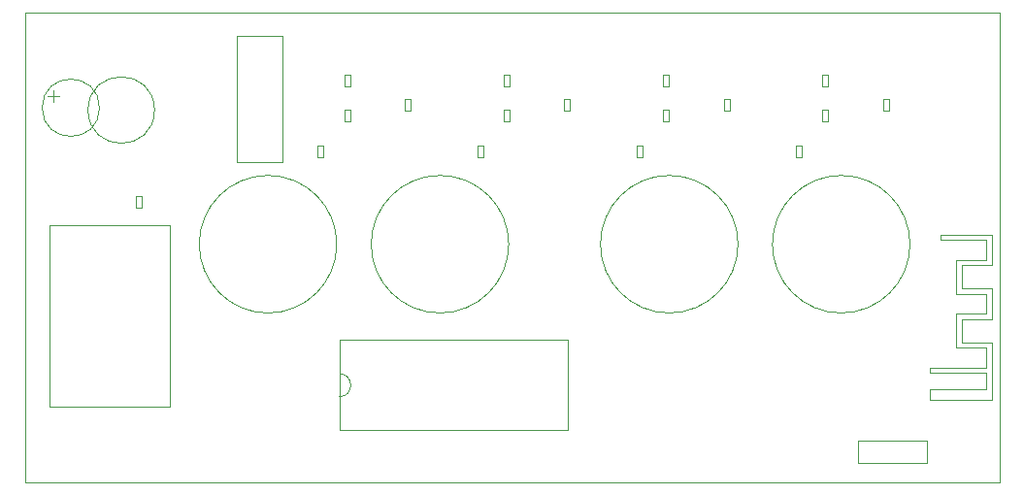
<source format=gm1>
G04*
G04 #@! TF.GenerationSoftware,Altium Limited,Altium Designer,21.0.9 (235)*
G04*
G04 Layer_Color=16711935*
%FSLAX44Y44*%
%MOMM*%
G71*
G04*
G04 #@! TF.SameCoordinates,956DCEC2-6A71-40FF-A827-D54B518B5B98*
G04*
G04*
G04 #@! TF.FilePolarity,Positive*
G04*
G01*
G75*
%ADD68C,0.1000*%
%ADD69C,0.1016*%
%ADD70C,0.0250*%
%ADD71C,0.0254*%
D68*
X272000Y208000D02*
G03*
X272000Y208000I-60000J0D01*
G01*
X422000D02*
G03*
X422000Y208000I-60000J0D01*
G01*
X622000D02*
G03*
X622000Y208000I-60000J0D01*
G01*
X772000D02*
G03*
X772000Y208000I-60000J0D01*
G01*
X65000Y327000D02*
G03*
X65000Y327000I-25000J0D01*
G01*
X274200Y75000D02*
G03*
X274200Y95000I0J10000D01*
G01*
X113000Y325000D02*
G03*
X113000Y325000I-29000J0D01*
G01*
X0Y0D02*
Y410000D01*
X850000D01*
Y0D02*
Y410000D01*
X0Y0D02*
X850000D01*
D69*
X25000Y332000D02*
Y342000D01*
X20000Y337000D02*
X30000D01*
X185000Y390000D02*
X225000D01*
X185000Y280000D02*
Y390000D01*
X225000Y280000D02*
Y390000D01*
X185000Y280000D02*
X225000D01*
X21000Y224600D02*
X126200D01*
X21000Y66100D02*
Y224600D01*
X126200Y66100D02*
Y224600D01*
X21000Y66100D02*
X126200D01*
X274200Y45650D02*
Y124350D01*
Y45650D02*
X473800D01*
Y124350D01*
X274200D02*
X473800D01*
X255500Y284000D02*
X260500D01*
X255500D02*
Y294000D01*
X260500D01*
Y284000D02*
Y294000D01*
X394500Y284000D02*
X399500D01*
X394500D02*
Y294000D01*
X399500D01*
Y284000D02*
Y294000D01*
X533500Y284000D02*
X538500D01*
X533500D02*
Y294000D01*
X538500D01*
Y284000D02*
Y294000D01*
X672500Y284000D02*
X677500D01*
X672500D02*
Y294000D01*
X677500D01*
Y284000D02*
Y294000D01*
X727000Y17000D02*
X787000D01*
X727000D02*
Y37000D01*
X787000D01*
Y17000D02*
Y37000D01*
X748500Y324500D02*
Y334500D01*
Y324500D02*
X753500D01*
Y334500D01*
X748500D02*
X753500D01*
X609500Y324500D02*
Y334500D01*
Y324500D02*
X614500D01*
Y334500D01*
X609500D02*
X614500D01*
X470500Y324500D02*
Y334500D01*
Y324500D02*
X475500D01*
Y334500D01*
X470500D02*
X475500D01*
X331500Y324500D02*
Y334500D01*
Y324500D02*
X336500D01*
Y334500D01*
X331500D02*
X336500D01*
X700500Y315500D02*
Y325500D01*
X695500D02*
X700500D01*
X695500Y315500D02*
Y325500D01*
Y315500D02*
X700500D01*
X561500D02*
Y325500D01*
X556500D02*
X561500D01*
X556500Y315500D02*
Y325500D01*
Y315500D02*
X561500D01*
X422500D02*
Y325500D01*
X417500D02*
X422500D01*
X417500Y315500D02*
Y325500D01*
Y315500D02*
X422500D01*
X283500D02*
Y325500D01*
X278500D02*
X283500D01*
X278500Y315500D02*
Y325500D01*
Y315500D02*
X283500D01*
X700500Y346000D02*
Y356000D01*
X695500D02*
X700500D01*
X695500Y346000D02*
Y356000D01*
Y346000D02*
X700500D01*
X561500D02*
Y356000D01*
X556500D02*
X561500D01*
X556500Y346000D02*
Y356000D01*
Y346000D02*
X561500D01*
X422500D02*
Y356000D01*
X417500D02*
X422500D01*
X417500Y346000D02*
Y356000D01*
Y346000D02*
X422500D01*
X283500D02*
Y356000D01*
X278500D02*
X283500D01*
X278500Y346000D02*
Y356000D01*
Y346000D02*
X283500D01*
X101500Y240000D02*
Y250000D01*
X96500D02*
X101500D01*
X96500Y240000D02*
Y250000D01*
Y240000D02*
X101500D01*
D70*
X838400Y100500D02*
Y117500D01*
Y95500D02*
X838400Y81500D01*
D71*
X812000Y117500D02*
X838400Y117500D01*
X812000Y147500D02*
X838400Y147500D01*
X817000Y122500D02*
Y142500D01*
X843400Y142500D01*
X817000Y122500D02*
X843400Y122500D01*
Y142500D02*
Y169500D01*
X812000Y117500D02*
Y147500D01*
Y164500D02*
Y194500D01*
X843400Y216500D02*
X843400Y189500D01*
X789500Y72500D02*
X843400D01*
X789500D02*
X789500Y81500D01*
X799000Y216500D02*
X843400Y216500D01*
X799000Y211500D02*
Y216500D01*
X789500Y95500D02*
X838400Y95500D01*
X789500Y95500D02*
Y100500D01*
X838400Y100500D01*
X843400Y72500D02*
Y122500D01*
X789500Y81500D02*
X838400D01*
X843400Y72500D02*
Y76500D01*
Y72500D02*
Y76500D01*
X812000Y164500D02*
X838400Y164500D01*
Y147500D02*
Y164500D01*
X817000Y169500D02*
X843400D01*
X817000Y189500D02*
X843400D01*
X817000Y169500D02*
Y189500D01*
X812000Y194500D02*
X838400D01*
X799000Y211500D02*
X838400Y211500D01*
X838400Y194500D01*
M02*

</source>
